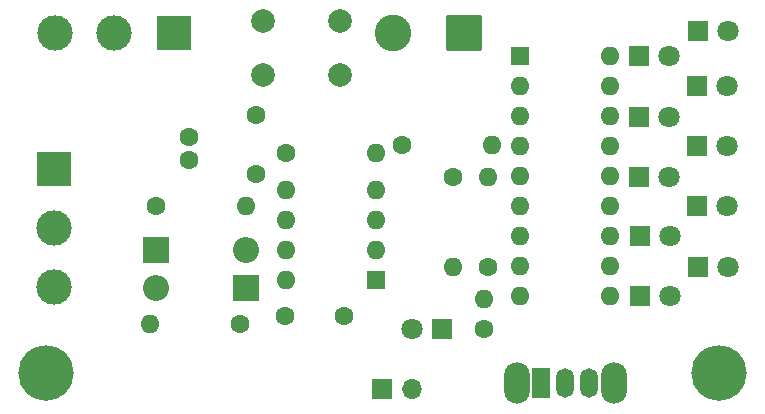
<source format=gbs>
G04 #@! TF.GenerationSoftware,KiCad,Pcbnew,8.0.1*
G04 #@! TF.CreationDate,2024-04-15T15:14:11+08:00*
G04 #@! TF.ProjectId,555Sandbox,35353553-616e-4646-926f-782e6b696361,rev?*
G04 #@! TF.SameCoordinates,Original*
G04 #@! TF.FileFunction,Soldermask,Bot*
G04 #@! TF.FilePolarity,Negative*
%FSLAX46Y46*%
G04 Gerber Fmt 4.6, Leading zero omitted, Abs format (unit mm)*
G04 Created by KiCad (PCBNEW 8.0.1) date 2024-04-15 15:14:11*
%MOMM*%
%LPD*%
G01*
G04 APERTURE LIST*
G04 Aperture macros list*
%AMRoundRect*
0 Rectangle with rounded corners*
0 $1 Rounding radius*
0 $2 $3 $4 $5 $6 $7 $8 $9 X,Y pos of 4 corners*
0 Add a 4 corners polygon primitive as box body*
4,1,4,$2,$3,$4,$5,$6,$7,$8,$9,$2,$3,0*
0 Add four circle primitives for the rounded corners*
1,1,$1+$1,$2,$3*
1,1,$1+$1,$4,$5*
1,1,$1+$1,$6,$7*
1,1,$1+$1,$8,$9*
0 Add four rect primitives between the rounded corners*
20,1,$1+$1,$2,$3,$4,$5,0*
20,1,$1+$1,$4,$5,$6,$7,0*
20,1,$1+$1,$6,$7,$8,$9,0*
20,1,$1+$1,$8,$9,$2,$3,0*%
G04 Aperture macros list end*
%ADD10R,1.600000X1.600000*%
%ADD11O,1.600000X1.600000*%
%ADD12R,1.800000X1.800000*%
%ADD13C,1.800000*%
%ADD14O,2.200000X3.500000*%
%ADD15R,1.500000X2.500000*%
%ADD16O,1.500000X2.500000*%
%ADD17R,1.700000X1.700000*%
%ADD18O,1.700000X1.700000*%
%ADD19C,1.600000*%
%ADD20R,2.200000X2.200000*%
%ADD21O,2.200000X2.200000*%
%ADD22C,2.000000*%
%ADD23RoundRect,0.249999X1.300001X1.300001X-1.300001X1.300001X-1.300001X-1.300001X1.300001X-1.300001X0*%
%ADD24C,3.100000*%
%ADD25C,4.700000*%
%ADD26R,3.000000X3.000000*%
%ADD27C,3.000000*%
G04 APERTURE END LIST*
D10*
X106700000Y-89600000D03*
D11*
X106700000Y-87060000D03*
X106700000Y-84520000D03*
X106700000Y-81980000D03*
X99080000Y-81980000D03*
X99080000Y-84520000D03*
X99080000Y-87060000D03*
X99080000Y-89600000D03*
D12*
X128990000Y-75800000D03*
D13*
X131530000Y-75800000D03*
D14*
X118600000Y-98400000D03*
X126800000Y-98400000D03*
D15*
X120700000Y-98400000D03*
D16*
X122700000Y-98400000D03*
X124700000Y-98400000D03*
D17*
X107220000Y-98900000D03*
D18*
X109760000Y-98900000D03*
D12*
X112300000Y-93800000D03*
D13*
X109760000Y-93800000D03*
D19*
X113200000Y-80880000D03*
D11*
X113200000Y-88500000D03*
D20*
X88090000Y-87100000D03*
D21*
X95710000Y-87100000D03*
D22*
X97150000Y-67750000D03*
X103650000Y-67750000D03*
X97150000Y-72250000D03*
X103650000Y-72250000D03*
D19*
X90900000Y-77500000D03*
X90900000Y-79500000D03*
D12*
X133890000Y-73200000D03*
D13*
X136430000Y-73200000D03*
D19*
X95200000Y-93400000D03*
D11*
X87580000Y-93400000D03*
D19*
X115800000Y-93800000D03*
D11*
X115800000Y-91260000D03*
D12*
X133890000Y-83400000D03*
D13*
X136430000Y-83400000D03*
D10*
X118880000Y-70700000D03*
D11*
X118880000Y-73240000D03*
X118880000Y-75780000D03*
X118880000Y-78320000D03*
X118880000Y-80860000D03*
X118880000Y-83400000D03*
X118880000Y-85940000D03*
X118880000Y-88480000D03*
X118880000Y-91020000D03*
X126500000Y-91020000D03*
X126500000Y-88480000D03*
X126500000Y-85940000D03*
X126500000Y-83400000D03*
X126500000Y-80860000D03*
X126500000Y-78320000D03*
X126500000Y-75780000D03*
X126500000Y-73240000D03*
X126500000Y-70700000D03*
D12*
X133925000Y-88500000D03*
D13*
X136465000Y-88500000D03*
D19*
X108890000Y-78200000D03*
D11*
X116510000Y-78200000D03*
D23*
X114100000Y-68750000D03*
D24*
X108100000Y-68750000D03*
D19*
X88090000Y-83400000D03*
D11*
X95710000Y-83400000D03*
D12*
X128990000Y-80900000D03*
D13*
X131530000Y-80900000D03*
D19*
X96500000Y-80700000D03*
X96500000Y-75700000D03*
D25*
X135750000Y-97500000D03*
D20*
X95710000Y-90300000D03*
D21*
X88090000Y-90300000D03*
D19*
X99000000Y-92700000D03*
X104000000Y-92700000D03*
D12*
X128990000Y-70700000D03*
D13*
X131530000Y-70700000D03*
D19*
X116200000Y-88500000D03*
D11*
X116200000Y-80880000D03*
D12*
X133890000Y-78300000D03*
D13*
X136430000Y-78300000D03*
D25*
X78750000Y-97500000D03*
D12*
X133925000Y-68600000D03*
D13*
X136465000Y-68600000D03*
D12*
X129060000Y-91000000D03*
D13*
X131600000Y-91000000D03*
D19*
X99090000Y-78900000D03*
D11*
X106710000Y-78900000D03*
D12*
X129025000Y-85900000D03*
D13*
X131565000Y-85900000D03*
D26*
X89550000Y-68750000D03*
D27*
X84550000Y-68750000D03*
X79550000Y-68750000D03*
D26*
X79400000Y-80250000D03*
D27*
X79400000Y-85250000D03*
X79400000Y-90250000D03*
M02*

</source>
